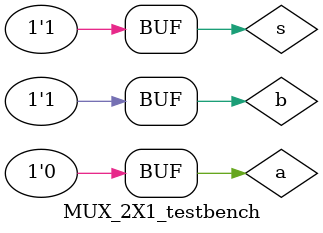
<source format=v>
`define DELAY 20
module MUX_2X1_testbench(); 

	wire out;
	reg a,b,s;
	
MUX_2X1 mux2x1tb(out, a, b, s);

initial begin
a = 1'b0;
b = 1'b1;
s = 1'b0;
#`DELAY;
a = 1'b0;
b = 1'b1;
s = 1'b1;
#`DELAY;
end
 
 
initial
begin
$monitor("a =%1b, b=%1b  s=%1b out=%1b ", a, b, s, out);
end
 
endmodule
</source>
